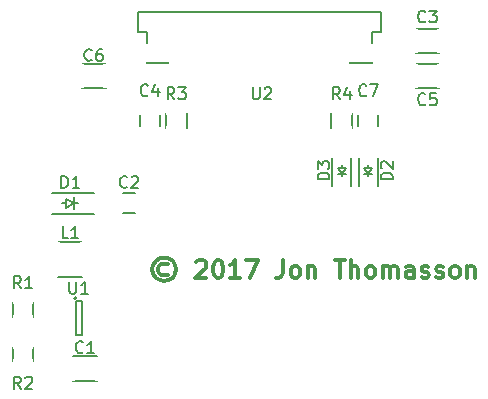
<source format=gto>
G04 #@! TF.GenerationSoftware,KiCad,Pcbnew,(2017-01-24 revision 0b6147e)-makepkg*
G04 #@! TF.CreationDate,2017-04-22T21:53:28-07:00*
G04 #@! TF.ProjectId,OLED_1.5_128X128_breakout,4F4C45445F312E355F31323858313238,rev?*
G04 #@! TF.FileFunction,Legend,Top*
G04 #@! TF.FilePolarity,Positive*
%FSLAX46Y46*%
G04 Gerber Fmt 4.6, Leading zero omitted, Abs format (unit mm)*
G04 Created by KiCad (PCBNEW (2017-01-24 revision 0b6147e)-makepkg) date 04/22/17 21:53:28*
%MOMM*%
%LPD*%
G01*
G04 APERTURE LIST*
%ADD10C,0.100000*%
%ADD11C,0.300000*%
%ADD12C,0.150000*%
%ADD13R,1.400000X2.000000*%
%ADD14R,1.310000X1.620000*%
%ADD15R,1.200000X1.700000*%
%ADD16R,1.400000X2.900000*%
%ADD17R,2.127200X2.432000*%
%ADD18O,2.127200X2.432000*%
%ADD19R,1.460000X1.050000*%
%ADD20R,1.700000X1.100000*%
%ADD21R,1.650000X1.400000*%
%ADD22R,1.400000X1.650000*%
%ADD23C,3.100000*%
%ADD24R,0.700000X1.800000*%
%ADD25R,1.300000X1.500000*%
G04 APERTURE END LIST*
D10*
D11*
X64257142Y-76185714D02*
X64114285Y-76114285D01*
X63828571Y-76114285D01*
X63685714Y-76185714D01*
X63542857Y-76328571D01*
X63471428Y-76471428D01*
X63471428Y-76757142D01*
X63542857Y-76900000D01*
X63685714Y-77042857D01*
X63828571Y-77114285D01*
X64114285Y-77114285D01*
X64257142Y-77042857D01*
X63971428Y-75614285D02*
X63614285Y-75685714D01*
X63257142Y-75900000D01*
X63042857Y-76257142D01*
X62971428Y-76614285D01*
X63042857Y-76971428D01*
X63257142Y-77328571D01*
X63614285Y-77542857D01*
X63971428Y-77614285D01*
X64328571Y-77542857D01*
X64685714Y-77328571D01*
X64900000Y-76971428D01*
X64971428Y-76614285D01*
X64900000Y-76257142D01*
X64685714Y-75900000D01*
X64328571Y-75685714D01*
X63971428Y-75614285D01*
X66685714Y-75971428D02*
X66757142Y-75900000D01*
X66900000Y-75828571D01*
X67257142Y-75828571D01*
X67400000Y-75900000D01*
X67471428Y-75971428D01*
X67542857Y-76114285D01*
X67542857Y-76257142D01*
X67471428Y-76471428D01*
X66614285Y-77328571D01*
X67542857Y-77328571D01*
X68471428Y-75828571D02*
X68614285Y-75828571D01*
X68757142Y-75900000D01*
X68828571Y-75971428D01*
X68900000Y-76114285D01*
X68971428Y-76400000D01*
X68971428Y-76757142D01*
X68900000Y-77042857D01*
X68828571Y-77185714D01*
X68757142Y-77257142D01*
X68614285Y-77328571D01*
X68471428Y-77328571D01*
X68328571Y-77257142D01*
X68257142Y-77185714D01*
X68185714Y-77042857D01*
X68114285Y-76757142D01*
X68114285Y-76400000D01*
X68185714Y-76114285D01*
X68257142Y-75971428D01*
X68328571Y-75900000D01*
X68471428Y-75828571D01*
X70400000Y-77328571D02*
X69542857Y-77328571D01*
X69971428Y-77328571D02*
X69971428Y-75828571D01*
X69828571Y-76042857D01*
X69685714Y-76185714D01*
X69542857Y-76257142D01*
X70900000Y-75828571D02*
X71900000Y-75828571D01*
X71257142Y-77328571D01*
X74042857Y-75828571D02*
X74042857Y-76900000D01*
X73971428Y-77114285D01*
X73828571Y-77257142D01*
X73614285Y-77328571D01*
X73471428Y-77328571D01*
X74971428Y-77328571D02*
X74828571Y-77257142D01*
X74757142Y-77185714D01*
X74685714Y-77042857D01*
X74685714Y-76614285D01*
X74757142Y-76471428D01*
X74828571Y-76400000D01*
X74971428Y-76328571D01*
X75185714Y-76328571D01*
X75328571Y-76400000D01*
X75400000Y-76471428D01*
X75471428Y-76614285D01*
X75471428Y-77042857D01*
X75400000Y-77185714D01*
X75328571Y-77257142D01*
X75185714Y-77328571D01*
X74971428Y-77328571D01*
X76114285Y-76328571D02*
X76114285Y-77328571D01*
X76114285Y-76471428D02*
X76185714Y-76400000D01*
X76328571Y-76328571D01*
X76542857Y-76328571D01*
X76685714Y-76400000D01*
X76757142Y-76542857D01*
X76757142Y-77328571D01*
X78400000Y-75828571D02*
X79257142Y-75828571D01*
X78828571Y-77328571D02*
X78828571Y-75828571D01*
X79757142Y-77328571D02*
X79757142Y-75828571D01*
X80400000Y-77328571D02*
X80400000Y-76542857D01*
X80328571Y-76400000D01*
X80185714Y-76328571D01*
X79971428Y-76328571D01*
X79828571Y-76400000D01*
X79757142Y-76471428D01*
X81328571Y-77328571D02*
X81185714Y-77257142D01*
X81114285Y-77185714D01*
X81042857Y-77042857D01*
X81042857Y-76614285D01*
X81114285Y-76471428D01*
X81185714Y-76400000D01*
X81328571Y-76328571D01*
X81542857Y-76328571D01*
X81685714Y-76400000D01*
X81757142Y-76471428D01*
X81828571Y-76614285D01*
X81828571Y-77042857D01*
X81757142Y-77185714D01*
X81685714Y-77257142D01*
X81542857Y-77328571D01*
X81328571Y-77328571D01*
X82471428Y-77328571D02*
X82471428Y-76328571D01*
X82471428Y-76471428D02*
X82542857Y-76400000D01*
X82685714Y-76328571D01*
X82900000Y-76328571D01*
X83042857Y-76400000D01*
X83114285Y-76542857D01*
X83114285Y-77328571D01*
X83114285Y-76542857D02*
X83185714Y-76400000D01*
X83328571Y-76328571D01*
X83542857Y-76328571D01*
X83685714Y-76400000D01*
X83757142Y-76542857D01*
X83757142Y-77328571D01*
X85114285Y-77328571D02*
X85114285Y-76542857D01*
X85042857Y-76400000D01*
X84900000Y-76328571D01*
X84614285Y-76328571D01*
X84471428Y-76400000D01*
X85114285Y-77257142D02*
X84971428Y-77328571D01*
X84614285Y-77328571D01*
X84471428Y-77257142D01*
X84400000Y-77114285D01*
X84400000Y-76971428D01*
X84471428Y-76828571D01*
X84614285Y-76757142D01*
X84971428Y-76757142D01*
X85114285Y-76685714D01*
X85757142Y-77257142D02*
X85900000Y-77328571D01*
X86185714Y-77328571D01*
X86328571Y-77257142D01*
X86400000Y-77114285D01*
X86400000Y-77042857D01*
X86328571Y-76900000D01*
X86185714Y-76828571D01*
X85971428Y-76828571D01*
X85828571Y-76757142D01*
X85757142Y-76614285D01*
X85757142Y-76542857D01*
X85828571Y-76400000D01*
X85971428Y-76328571D01*
X86185714Y-76328571D01*
X86328571Y-76400000D01*
X86971428Y-77257142D02*
X87114285Y-77328571D01*
X87400000Y-77328571D01*
X87542857Y-77257142D01*
X87614285Y-77114285D01*
X87614285Y-77042857D01*
X87542857Y-76900000D01*
X87400000Y-76828571D01*
X87185714Y-76828571D01*
X87042857Y-76757142D01*
X86971428Y-76614285D01*
X86971428Y-76542857D01*
X87042857Y-76400000D01*
X87185714Y-76328571D01*
X87400000Y-76328571D01*
X87542857Y-76400000D01*
X88471428Y-77328571D02*
X88328571Y-77257142D01*
X88257142Y-77185714D01*
X88185714Y-77042857D01*
X88185714Y-76614285D01*
X88257142Y-76471428D01*
X88328571Y-76400000D01*
X88471428Y-76328571D01*
X88685714Y-76328571D01*
X88828571Y-76400000D01*
X88900000Y-76471428D01*
X88971428Y-76614285D01*
X88971428Y-77042857D01*
X88900000Y-77185714D01*
X88828571Y-77257142D01*
X88685714Y-77328571D01*
X88471428Y-77328571D01*
X89614285Y-76328571D02*
X89614285Y-77328571D01*
X89614285Y-76471428D02*
X89685714Y-76400000D01*
X89828571Y-76328571D01*
X90042857Y-76328571D01*
X90185714Y-76400000D01*
X90257142Y-76542857D01*
X90257142Y-77328571D01*
D12*
X58250000Y-83975000D02*
X56250000Y-83975000D01*
X56250000Y-86025000D02*
X58250000Y-86025000D01*
X87250000Y-56225000D02*
X85250000Y-56225000D01*
X85250000Y-58275000D02*
X87250000Y-58275000D01*
X85250000Y-61275000D02*
X87250000Y-61275000D01*
X87250000Y-59225000D02*
X85250000Y-59225000D01*
X59000000Y-59225000D02*
X57000000Y-59225000D01*
X57000000Y-61275000D02*
X59000000Y-61275000D01*
X55682500Y-71000000D02*
X55301500Y-71000000D01*
X56698500Y-71000000D02*
X56317500Y-71000000D01*
X56317500Y-71000000D02*
X55682500Y-71381000D01*
X55682500Y-71381000D02*
X55682500Y-70619000D01*
X55682500Y-70619000D02*
X56317500Y-71000000D01*
X56317500Y-71508000D02*
X56317500Y-70492000D01*
X58000000Y-70100000D02*
X54460000Y-70100000D01*
X58000000Y-71900000D02*
X54460000Y-71900000D01*
X81250000Y-68000000D02*
X81250000Y-67750000D01*
X81250000Y-68500000D02*
X81250000Y-68750000D01*
X81250000Y-68500000D02*
X80900000Y-68000000D01*
X80900000Y-68000000D02*
X81600000Y-68000000D01*
X81600000Y-68000000D02*
X81250000Y-68500000D01*
X80900000Y-68500000D02*
X81600000Y-68500000D01*
X82050000Y-69550000D02*
X82050000Y-67150000D01*
X80450000Y-69550000D02*
X80450000Y-67150000D01*
X78200000Y-69550000D02*
X78200000Y-67150000D01*
X79800000Y-69550000D02*
X79800000Y-67150000D01*
X78650000Y-68500000D02*
X79350000Y-68500000D01*
X79350000Y-68000000D02*
X79000000Y-68500000D01*
X78650000Y-68000000D02*
X79350000Y-68000000D01*
X79000000Y-68500000D02*
X78650000Y-68000000D01*
X79000000Y-68500000D02*
X79000000Y-68750000D01*
X79000000Y-68000000D02*
X79000000Y-67750000D01*
X55000000Y-77225000D02*
X57000000Y-77225000D01*
X57000000Y-74275000D02*
X55000000Y-74275000D01*
X56550000Y-79050000D02*
G75*
G03X56550000Y-79050000I-100000J0D01*
G01*
X57000000Y-79300000D02*
X56500000Y-79300000D01*
X57000000Y-82200000D02*
X57000000Y-79300000D01*
X56500000Y-82200000D02*
X57000000Y-82200000D01*
X56500000Y-79300000D02*
X56500000Y-82200000D01*
X78125000Y-64600000D02*
X78125000Y-63400000D01*
X79875000Y-63400000D02*
X79875000Y-64600000D01*
X82100000Y-64500000D02*
X82100000Y-63500000D01*
X80400000Y-63500000D02*
X80400000Y-64500000D01*
X51125000Y-80600000D02*
X51125000Y-79400000D01*
X52875000Y-79400000D02*
X52875000Y-80600000D01*
X52875000Y-83150000D02*
X52875000Y-84350000D01*
X51125000Y-84350000D02*
X51125000Y-83150000D01*
X61500000Y-70150000D02*
X60500000Y-70150000D01*
X60500000Y-71850000D02*
X61500000Y-71850000D01*
X63600000Y-64500000D02*
X63600000Y-63500000D01*
X61900000Y-63500000D02*
X61900000Y-64500000D01*
X64125000Y-64600000D02*
X64125000Y-63400000D01*
X65875000Y-63400000D02*
X65875000Y-64600000D01*
X79489000Y-59159000D02*
X79489000Y-59159000D01*
X81521000Y-58905000D02*
X81521000Y-59159000D01*
X81521000Y-59159000D02*
X79489000Y-59159000D01*
X79489000Y-59159000D02*
X79489000Y-59159000D01*
X81521000Y-57635000D02*
X81521000Y-56492000D01*
X81521000Y-56492000D02*
X81521000Y-56492000D01*
X82283000Y-56492000D02*
X82283000Y-55603000D01*
X82283000Y-55603000D02*
X82283000Y-55603000D01*
X82283000Y-54841000D02*
X82283000Y-55603000D01*
X82283000Y-55603000D02*
X82283000Y-55603000D01*
X62471000Y-58905000D02*
X62471000Y-59032000D01*
X62471000Y-59032000D02*
X62471000Y-59032000D01*
X64503000Y-59159000D02*
X62471000Y-59159000D01*
X62471000Y-59159000D02*
X62471000Y-59159000D01*
X62471000Y-59159000D02*
X62471000Y-59032000D01*
X62471000Y-59032000D02*
X62471000Y-59032000D01*
X62471000Y-57635000D02*
X62471000Y-56492000D01*
X62471000Y-56492000D02*
X62471000Y-56492000D01*
X62471000Y-56492000D02*
X61709000Y-56492000D01*
X61709000Y-56492000D02*
X61709000Y-56492000D01*
X82283000Y-54841000D02*
X61709000Y-54841000D01*
X61709000Y-54841000D02*
X61709000Y-54841000D01*
X61709000Y-56492000D02*
X61709000Y-54841000D01*
X81521000Y-56492000D02*
X82283000Y-56492000D01*
X57083333Y-83607142D02*
X57035714Y-83654761D01*
X56892857Y-83702380D01*
X56797619Y-83702380D01*
X56654761Y-83654761D01*
X56559523Y-83559523D01*
X56511904Y-83464285D01*
X56464285Y-83273809D01*
X56464285Y-83130952D01*
X56511904Y-82940476D01*
X56559523Y-82845238D01*
X56654761Y-82750000D01*
X56797619Y-82702380D01*
X56892857Y-82702380D01*
X57035714Y-82750000D01*
X57083333Y-82797619D01*
X58035714Y-83702380D02*
X57464285Y-83702380D01*
X57750000Y-83702380D02*
X57750000Y-82702380D01*
X57654761Y-82845238D01*
X57559523Y-82940476D01*
X57464285Y-82988095D01*
X86083333Y-55607142D02*
X86035714Y-55654761D01*
X85892857Y-55702380D01*
X85797619Y-55702380D01*
X85654761Y-55654761D01*
X85559523Y-55559523D01*
X85511904Y-55464285D01*
X85464285Y-55273809D01*
X85464285Y-55130952D01*
X85511904Y-54940476D01*
X85559523Y-54845238D01*
X85654761Y-54750000D01*
X85797619Y-54702380D01*
X85892857Y-54702380D01*
X86035714Y-54750000D01*
X86083333Y-54797619D01*
X86416666Y-54702380D02*
X87035714Y-54702380D01*
X86702380Y-55083333D01*
X86845238Y-55083333D01*
X86940476Y-55130952D01*
X86988095Y-55178571D01*
X87035714Y-55273809D01*
X87035714Y-55511904D01*
X86988095Y-55607142D01*
X86940476Y-55654761D01*
X86845238Y-55702380D01*
X86559523Y-55702380D01*
X86464285Y-55654761D01*
X86416666Y-55607142D01*
X86083333Y-62607142D02*
X86035714Y-62654761D01*
X85892857Y-62702380D01*
X85797619Y-62702380D01*
X85654761Y-62654761D01*
X85559523Y-62559523D01*
X85511904Y-62464285D01*
X85464285Y-62273809D01*
X85464285Y-62130952D01*
X85511904Y-61940476D01*
X85559523Y-61845238D01*
X85654761Y-61750000D01*
X85797619Y-61702380D01*
X85892857Y-61702380D01*
X86035714Y-61750000D01*
X86083333Y-61797619D01*
X86988095Y-61702380D02*
X86511904Y-61702380D01*
X86464285Y-62178571D01*
X86511904Y-62130952D01*
X86607142Y-62083333D01*
X86845238Y-62083333D01*
X86940476Y-62130952D01*
X86988095Y-62178571D01*
X87035714Y-62273809D01*
X87035714Y-62511904D01*
X86988095Y-62607142D01*
X86940476Y-62654761D01*
X86845238Y-62702380D01*
X86607142Y-62702380D01*
X86511904Y-62654761D01*
X86464285Y-62607142D01*
X57833333Y-58857142D02*
X57785714Y-58904761D01*
X57642857Y-58952380D01*
X57547619Y-58952380D01*
X57404761Y-58904761D01*
X57309523Y-58809523D01*
X57261904Y-58714285D01*
X57214285Y-58523809D01*
X57214285Y-58380952D01*
X57261904Y-58190476D01*
X57309523Y-58095238D01*
X57404761Y-58000000D01*
X57547619Y-57952380D01*
X57642857Y-57952380D01*
X57785714Y-58000000D01*
X57833333Y-58047619D01*
X58690476Y-57952380D02*
X58500000Y-57952380D01*
X58404761Y-58000000D01*
X58357142Y-58047619D01*
X58261904Y-58190476D01*
X58214285Y-58380952D01*
X58214285Y-58761904D01*
X58261904Y-58857142D01*
X58309523Y-58904761D01*
X58404761Y-58952380D01*
X58595238Y-58952380D01*
X58690476Y-58904761D01*
X58738095Y-58857142D01*
X58785714Y-58761904D01*
X58785714Y-58523809D01*
X58738095Y-58428571D01*
X58690476Y-58380952D01*
X58595238Y-58333333D01*
X58404761Y-58333333D01*
X58309523Y-58380952D01*
X58261904Y-58428571D01*
X58214285Y-58523809D01*
X55261904Y-69702380D02*
X55261904Y-68702380D01*
X55500000Y-68702380D01*
X55642857Y-68750000D01*
X55738095Y-68845238D01*
X55785714Y-68940476D01*
X55833333Y-69130952D01*
X55833333Y-69273809D01*
X55785714Y-69464285D01*
X55738095Y-69559523D01*
X55642857Y-69654761D01*
X55500000Y-69702380D01*
X55261904Y-69702380D01*
X56785714Y-69702380D02*
X56214285Y-69702380D01*
X56500000Y-69702380D02*
X56500000Y-68702380D01*
X56404761Y-68845238D01*
X56309523Y-68940476D01*
X56214285Y-68988095D01*
X83307380Y-68988095D02*
X82307380Y-68988095D01*
X82307380Y-68750000D01*
X82355000Y-68607142D01*
X82450238Y-68511904D01*
X82545476Y-68464285D01*
X82735952Y-68416666D01*
X82878809Y-68416666D01*
X83069285Y-68464285D01*
X83164523Y-68511904D01*
X83259761Y-68607142D01*
X83307380Y-68750000D01*
X83307380Y-68988095D01*
X82402619Y-68035714D02*
X82355000Y-67988095D01*
X82307380Y-67892857D01*
X82307380Y-67654761D01*
X82355000Y-67559523D01*
X82402619Y-67511904D01*
X82497857Y-67464285D01*
X82593095Y-67464285D01*
X82735952Y-67511904D01*
X83307380Y-68083333D01*
X83307380Y-67464285D01*
X77952380Y-68988095D02*
X76952380Y-68988095D01*
X76952380Y-68750000D01*
X77000000Y-68607142D01*
X77095238Y-68511904D01*
X77190476Y-68464285D01*
X77380952Y-68416666D01*
X77523809Y-68416666D01*
X77714285Y-68464285D01*
X77809523Y-68511904D01*
X77904761Y-68607142D01*
X77952380Y-68750000D01*
X77952380Y-68988095D01*
X76952380Y-68083333D02*
X76952380Y-67464285D01*
X77333333Y-67797619D01*
X77333333Y-67654761D01*
X77380952Y-67559523D01*
X77428571Y-67511904D01*
X77523809Y-67464285D01*
X77761904Y-67464285D01*
X77857142Y-67511904D01*
X77904761Y-67559523D01*
X77952380Y-67654761D01*
X77952380Y-67940476D01*
X77904761Y-68035714D01*
X77857142Y-68083333D01*
X55833333Y-73952380D02*
X55357142Y-73952380D01*
X55357142Y-72952380D01*
X56690476Y-73952380D02*
X56119047Y-73952380D01*
X56404761Y-73952380D02*
X56404761Y-72952380D01*
X56309523Y-73095238D01*
X56214285Y-73190476D01*
X56119047Y-73238095D01*
X55938095Y-77652380D02*
X55938095Y-78461904D01*
X55985714Y-78557142D01*
X56033333Y-78604761D01*
X56128571Y-78652380D01*
X56319047Y-78652380D01*
X56414285Y-78604761D01*
X56461904Y-78557142D01*
X56509523Y-78461904D01*
X56509523Y-77652380D01*
X57509523Y-78652380D02*
X56938095Y-78652380D01*
X57223809Y-78652380D02*
X57223809Y-77652380D01*
X57128571Y-77795238D01*
X57033333Y-77890476D01*
X56938095Y-77938095D01*
X78833333Y-62202380D02*
X78500000Y-61726190D01*
X78261904Y-62202380D02*
X78261904Y-61202380D01*
X78642857Y-61202380D01*
X78738095Y-61250000D01*
X78785714Y-61297619D01*
X78833333Y-61392857D01*
X78833333Y-61535714D01*
X78785714Y-61630952D01*
X78738095Y-61678571D01*
X78642857Y-61726190D01*
X78261904Y-61726190D01*
X79690476Y-61535714D02*
X79690476Y-62202380D01*
X79452380Y-61154761D02*
X79214285Y-61869047D01*
X79833333Y-61869047D01*
X81083333Y-61857142D02*
X81035714Y-61904761D01*
X80892857Y-61952380D01*
X80797619Y-61952380D01*
X80654761Y-61904761D01*
X80559523Y-61809523D01*
X80511904Y-61714285D01*
X80464285Y-61523809D01*
X80464285Y-61380952D01*
X80511904Y-61190476D01*
X80559523Y-61095238D01*
X80654761Y-61000000D01*
X80797619Y-60952380D01*
X80892857Y-60952380D01*
X81035714Y-61000000D01*
X81083333Y-61047619D01*
X81416666Y-60952380D02*
X82083333Y-60952380D01*
X81654761Y-61952380D01*
X51833333Y-78202380D02*
X51500000Y-77726190D01*
X51261904Y-78202380D02*
X51261904Y-77202380D01*
X51642857Y-77202380D01*
X51738095Y-77250000D01*
X51785714Y-77297619D01*
X51833333Y-77392857D01*
X51833333Y-77535714D01*
X51785714Y-77630952D01*
X51738095Y-77678571D01*
X51642857Y-77726190D01*
X51261904Y-77726190D01*
X52785714Y-78202380D02*
X52214285Y-78202380D01*
X52500000Y-78202380D02*
X52500000Y-77202380D01*
X52404761Y-77345238D01*
X52309523Y-77440476D01*
X52214285Y-77488095D01*
X51833333Y-86702380D02*
X51500000Y-86226190D01*
X51261904Y-86702380D02*
X51261904Y-85702380D01*
X51642857Y-85702380D01*
X51738095Y-85750000D01*
X51785714Y-85797619D01*
X51833333Y-85892857D01*
X51833333Y-86035714D01*
X51785714Y-86130952D01*
X51738095Y-86178571D01*
X51642857Y-86226190D01*
X51261904Y-86226190D01*
X52214285Y-85797619D02*
X52261904Y-85750000D01*
X52357142Y-85702380D01*
X52595238Y-85702380D01*
X52690476Y-85750000D01*
X52738095Y-85797619D01*
X52785714Y-85892857D01*
X52785714Y-85988095D01*
X52738095Y-86130952D01*
X52166666Y-86702380D01*
X52785714Y-86702380D01*
X60833333Y-69607142D02*
X60785714Y-69654761D01*
X60642857Y-69702380D01*
X60547619Y-69702380D01*
X60404761Y-69654761D01*
X60309523Y-69559523D01*
X60261904Y-69464285D01*
X60214285Y-69273809D01*
X60214285Y-69130952D01*
X60261904Y-68940476D01*
X60309523Y-68845238D01*
X60404761Y-68750000D01*
X60547619Y-68702380D01*
X60642857Y-68702380D01*
X60785714Y-68750000D01*
X60833333Y-68797619D01*
X61214285Y-68797619D02*
X61261904Y-68750000D01*
X61357142Y-68702380D01*
X61595238Y-68702380D01*
X61690476Y-68750000D01*
X61738095Y-68797619D01*
X61785714Y-68892857D01*
X61785714Y-68988095D01*
X61738095Y-69130952D01*
X61166666Y-69702380D01*
X61785714Y-69702380D01*
X62583333Y-61857142D02*
X62535714Y-61904761D01*
X62392857Y-61952380D01*
X62297619Y-61952380D01*
X62154761Y-61904761D01*
X62059523Y-61809523D01*
X62011904Y-61714285D01*
X61964285Y-61523809D01*
X61964285Y-61380952D01*
X62011904Y-61190476D01*
X62059523Y-61095238D01*
X62154761Y-61000000D01*
X62297619Y-60952380D01*
X62392857Y-60952380D01*
X62535714Y-61000000D01*
X62583333Y-61047619D01*
X63440476Y-61285714D02*
X63440476Y-61952380D01*
X63202380Y-60904761D02*
X62964285Y-61619047D01*
X63583333Y-61619047D01*
X64833333Y-62202380D02*
X64500000Y-61726190D01*
X64261904Y-62202380D02*
X64261904Y-61202380D01*
X64642857Y-61202380D01*
X64738095Y-61250000D01*
X64785714Y-61297619D01*
X64833333Y-61392857D01*
X64833333Y-61535714D01*
X64785714Y-61630952D01*
X64738095Y-61678571D01*
X64642857Y-61726190D01*
X64261904Y-61726190D01*
X65166666Y-61202380D02*
X65785714Y-61202380D01*
X65452380Y-61583333D01*
X65595238Y-61583333D01*
X65690476Y-61630952D01*
X65738095Y-61678571D01*
X65785714Y-61773809D01*
X65785714Y-62011904D01*
X65738095Y-62107142D01*
X65690476Y-62154761D01*
X65595238Y-62202380D01*
X65309523Y-62202380D01*
X65214285Y-62154761D01*
X65166666Y-62107142D01*
X71473095Y-61202380D02*
X71473095Y-62011904D01*
X71520714Y-62107142D01*
X71568333Y-62154761D01*
X71663571Y-62202380D01*
X71854047Y-62202380D01*
X71949285Y-62154761D01*
X71996904Y-62107142D01*
X72044523Y-62011904D01*
X72044523Y-61202380D01*
X72473095Y-61297619D02*
X72520714Y-61250000D01*
X72615952Y-61202380D01*
X72854047Y-61202380D01*
X72949285Y-61250000D01*
X72996904Y-61297619D01*
X73044523Y-61392857D01*
X73044523Y-61488095D01*
X72996904Y-61630952D01*
X72425476Y-62202380D01*
X73044523Y-62202380D01*
%LPC*%
D13*
X55750000Y-85000000D03*
X58750000Y-85000000D03*
X84750000Y-57250000D03*
X87750000Y-57250000D03*
X87750000Y-60250000D03*
X84750000Y-60250000D03*
X56500000Y-60250000D03*
X59500000Y-60250000D03*
D14*
X57635000Y-71000000D03*
X54365000Y-71000000D03*
D15*
X81250000Y-69605000D03*
X81250000Y-66895000D03*
X79000000Y-66895000D03*
X79000000Y-69605000D03*
D16*
X57500000Y-75750000D03*
X54500000Y-75750000D03*
D17*
X51760000Y-89000000D03*
D18*
X54300000Y-89000000D03*
X56840000Y-89000000D03*
X59380000Y-89000000D03*
X61920000Y-89000000D03*
X64460000Y-89000000D03*
X67000000Y-89000000D03*
X69540000Y-89000000D03*
X72080000Y-89000000D03*
X74620000Y-89000000D03*
X77160000Y-89000000D03*
X79700000Y-89000000D03*
X82240000Y-89000000D03*
X84780000Y-89000000D03*
X87320000Y-89000000D03*
X89860000Y-89000000D03*
X92400000Y-89000000D03*
D19*
X55650000Y-79800000D03*
X55650000Y-80750000D03*
X55650000Y-81700000D03*
X57850000Y-81700000D03*
X57850000Y-79800000D03*
D20*
X79000000Y-63050000D03*
X79000000Y-64950000D03*
D21*
X81250000Y-63000000D03*
X81250000Y-65000000D03*
D20*
X52000000Y-79050000D03*
X52000000Y-80950000D03*
X52000000Y-84700000D03*
X52000000Y-82800000D03*
D22*
X60000000Y-71000000D03*
X62000000Y-71000000D03*
D21*
X62750000Y-63000000D03*
X62750000Y-65000000D03*
D20*
X65000000Y-63050000D03*
X65000000Y-64950000D03*
D23*
X52250000Y-49250000D03*
X91750000Y-49250000D03*
D24*
X79235000Y-59794000D03*
X78735000Y-59794000D03*
X78235000Y-59794000D03*
X77735000Y-59794000D03*
X77235000Y-59794000D03*
X76735000Y-59794000D03*
X76235000Y-59794000D03*
X75735000Y-59794000D03*
X75235000Y-59794000D03*
X74735000Y-59794000D03*
X74235000Y-59794000D03*
X73735000Y-59794000D03*
X73235000Y-59794000D03*
X72735000Y-59794000D03*
X72235000Y-59794000D03*
X71735000Y-59794000D03*
X71235000Y-59794000D03*
X70735000Y-59794000D03*
X70235000Y-59794000D03*
X69735000Y-59794000D03*
X69235000Y-59794000D03*
X68735000Y-59794000D03*
X68235000Y-59794000D03*
X67735000Y-59794000D03*
X67235000Y-59794000D03*
X66735000Y-59794000D03*
X66235000Y-59794000D03*
X65735000Y-59794000D03*
X65235000Y-59794000D03*
X64735000Y-59794000D03*
D25*
X81935000Y-58294000D03*
X62135000Y-58294000D03*
M02*

</source>
